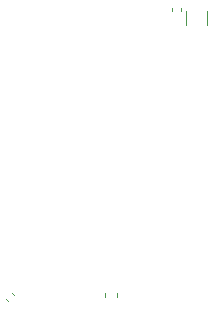
<source format=gbr>
%TF.GenerationSoftware,KiCad,Pcbnew,(6.0.4)*%
%TF.CreationDate,2023-05-23T13:29:09+09:00*%
%TF.ProjectId,BajieHeader,42616a69-6548-4656-9164-65722e6b6963,rev?*%
%TF.SameCoordinates,Original*%
%TF.FileFunction,Legend,Bot*%
%TF.FilePolarity,Positive*%
%FSLAX46Y46*%
G04 Gerber Fmt 4.6, Leading zero omitted, Abs format (unit mm)*
G04 Created by KiCad (PCBNEW (6.0.4)) date 2023-05-23 13:29:09*
%MOMM*%
%LPD*%
G01*
G04 APERTURE LIST*
%ADD10C,0.120000*%
G04 APERTURE END LIST*
D10*
%TO.C,F1*%
X100427200Y-92082536D02*
X100427200Y-93286664D01*
X98607200Y-92082536D02*
X98607200Y-93286664D01*
%TO.C,C1*%
X83540093Y-116662810D02*
X83387590Y-116510307D01*
X84049210Y-116153693D02*
X83896707Y-116001190D01*
%TO.C,C2*%
X92839000Y-116294780D02*
X92839000Y-116013620D01*
X91819000Y-116294780D02*
X91819000Y-116013620D01*
%TO.C,C13*%
X98200800Y-91865564D02*
X98200800Y-92081236D01*
X97480800Y-91865564D02*
X97480800Y-92081236D01*
%TD*%
M02*

</source>
